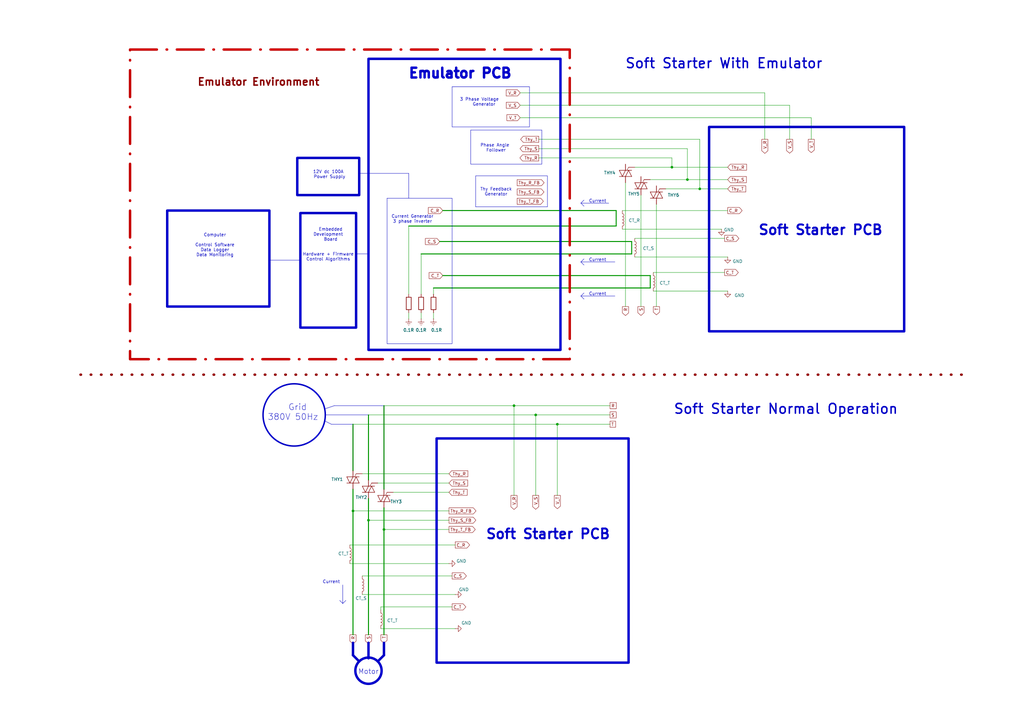
<source format=kicad_sch>
(kicad_sch (version 20250114) (generator "eeschema") (generator_version "9.0")
  (paper "A3")
  (title_block (title "Soft Starter Principle") (date "2025-09-04"))
  (lib_symbols
    (symbol "BT139-600_1" (pin_numbers (hide yes)) (pin_names (offset 0) (hide yes))
      (property "Reference" "Q" (at 5.08 1.905 0))
      (property "Value" "BT139-600" (at 5.08 0 0))
      (symbol "BT139-600_1_0_1"
        (polyline (pts (xy -2.54 1.27) (xy 2.54 1.27)) (stroke (width 0.2032)))
        (polyline (pts (xy -2.54 1.27) (xy -1.27 -1.27) (xy 0 1.27)) (stroke (width 0.2032)))
        (polyline (pts (xy -2.54 -1.27) (xy 2.54 -1.27)) (stroke (width 0.2032)))
        (polyline (pts (xy -1.27 -2.54) (xy -0.635 -1.27)))
        (polyline (pts (xy 0 -1.27) (xy 1.27 1.27) (xy 2.54 -1.27)) (stroke (width 0.2032)))
      )
      (symbol "BT139-600_1_1_1"
        (pin input line (at -3.81 -2.54 0) (length 2.54) (name "G") (number "3"))
        (pin passive line (at 0 3.81 270) (length 2.54) (name "A2") (number "2"))
        (pin passive line (at 0 -3.81 90) (length 2.54) (name "A1") (number "1"))
      )
    )
    (symbol "Device:L" (pin_numbers (hide yes)) (pin_names (offset 1.016) (hide yes))
      (property "Reference" "L" (at -1.27 0 90))
      (property "Value" "L" (at 1.905 0 90))
      (symbol "L_0_1"
        (arc (start 0 2.54) (mid 0.6323 1.905) (end 0 1.27))
        (arc (start 0 1.27) (mid 0.6323 0.635) (end 0 0))
        (arc (start 0 0) (mid 0.6323 -0.635) (end 0 -1.27))
        (arc (start 0 -1.27) (mid 0.6323 -1.905) (end 0 -2.54))
      )
      (symbol "L_1_1"
        (pin passive line (at 0 3.81 270) (length 1.27) (name "1") (number "1"))
        (pin passive line (at 0 -3.81 90) (length 1.27) (name "2") (number "2"))
      )
    )
    (symbol "Device:R" (pin_numbers (hide yes)) (pin_names (offset 0))
      (property "Reference" "R" (at 2.032 0 90))
      (property "Value" "R" (at 0 0 90))
      (symbol "R_0_1"
        (rectangle (start -1.016 -2.54) (end 1.016 2.54) (stroke (width 0.254)))
      )
      (symbol "R_1_1"
        (pin passive line (at 0 3.81 270) (length 1.27) (name "~") (number "1"))
        (pin passive line (at 0 -3.81 90) (length 1.27) (name "~") (number "2"))
      )
    )
    (symbol "power:GND" (power) (pin_numbers (hide yes)) (pin_names (offset 0) (hide yes))
      (property "Value" "GND" (at 0 -3.81 0))
      (symbol "GND_0_1"
        (polyline (pts (xy 0 0) (xy 0 -1.27) (xy 1.27 -1.27) (xy 0 -2.54) (xy -1.27 -1.27) (xy 0 -1.27)))
      )
      (symbol "GND_1_1"
        (pin power_in line (at 0 0 270) (length 0) (name "~") (number "1"))
      )
    )
    (symbol "power:GNDREF" (power) (pin_numbers (hide yes)) (pin_names (offset 0) (hide yes))
      (property "Value" "GNDREF" (at 0 -3.81 0))
      (symbol "GNDREF_0_1"
        (polyline (pts (xy -0.635 -1.905) (xy 0.635 -1.905)))
        (polyline (pts (xy -0.127 -2.54) (xy 0.127 -2.54)))
        (polyline (pts (xy 0 -1.27) (xy 0 0)))
        (polyline (pts (xy 1.27 -1.27) (xy -1.27 -1.27)))
      )
      (symbol "GNDREF_1_1"
        (pin power_in line (at 0 0 270) (length 0) (name "~") (number "1"))
      )
    )
  )
  (rectangle (start 121.92 64.77) (end 147.32 80.01) (stroke (width 1)))
  (rectangle (start 179.07 179.832) (end 257.81 271.78) (stroke (width 1)))
  (rectangle (start 290.83 52.07) (end 370.84 135.89) (stroke (width 1)))
  (rectangle (start 151.13 24.13) (end 229.87 143.51) (stroke (width 1)))
  (rectangle (start 158.75 81.28) (end 185.42 140.97))
  (rectangle (start 123.19 87.376) (end 146.05 134.366) (stroke (width 1)))
  (rectangle (start 185.42 35.56) (end 217.17 52.07))
  (rectangle (start 195.072 72.136) (end 224.536 84.836))
  (rectangle (start 68.58 86.36) (end 110.49 125.73) (stroke (width 1)))
  (circle (center 120.65 170.18) (radius 12.7633) (stroke (width 0.6)))
  (rectangle (start 53.34 20.32) (end 233.68 147.32) (stroke (width 1) (type dash_dot) (color 194 0 0 1)))
  (rectangle (start 193.04 53.34) (end 222.25 67.31))
  (circle (center 151.13 275.082) (radius 5.3882) (stroke (width 1)))
  (text " Emulator Environment" (at 104.902 33.782 0) (effects (font (size 3 3) (thickness 0.6) (bold yes))))
  (text "  Embedded\nDevelopment\n  Board" (at 134.62 96.266 0) (effects (font (size 1.27 1.27))))
  (text "Current" (at 245.11 120.65 0) (effects (font (size 1.27 1.27))))
  (text "Phase Angle\n Follower" (at 202.946 60.706 0) (effects (font (size 1.27 1.27))))
  (text "Emulator PCB" (at 188.722 30.226 0) (effects (font (size 4 4) (thickness 1) (bold yes))))
  (text " 3 Phase Voltage \n    Generator" (at 196.596 41.91 0) (effects (font (size 1.27 1.27))))
  (text "Current Generator\n3 phase inverter" (at 169.164 89.916 0) (effects (font (size 1.27 1.27))))
  (text "Motor" (at 151.13 275.59 0) (effects (font (size 2 2))))
  (text "  Grid\n380V 50Hz" (at 120.142 169.164 0) (effects (font (size 2.5 2.5))))
  (text "Current" (at 245.11 82.55 0) (effects (font (size 1.27 1.27))))
  (text "Soft Starter PCB" (at 224.79 219.202 0) (effects (font (size 4 4) (thickness 0.8) (bold yes))))
  (text "Computer\n\nControl Software\nData Logger\nData Monitoring" (at 88.138 100.584 0) (effects (font (size 1.27 1.27))))
  (text "Current" (at 135.89 238.76 0) (effects (font (size 1.27 1.27))))
  (text "\nHardware + Firmware\nControl Algorithms\n\n" (at 134.62 105.41 0) (effects (font (size 1.27 1.27))))
  (text "Soft Starter PCB" (at 336.55 94.488 0) (effects (font (size 4 4) (thickness 0.8) (bold yes))))
  (text "Soft Starter With Emulator" (at 296.926 26.162 0) (effects (font (size 4 4) (thickness 0.6) (bold yes))))
  (text "Current" (at 245.11 106.68 0) (effects (font (size 1.27 1.27))))
  (text "12V dc 100A \nPower Supply" (at 135.128 71.628 0) (effects (font (size 1.27 1.27))))
  (text "  Soft Starter Normal Operation" (at 319.278 167.894 0) (effects (font (size 4 4) (thickness 0.6) (bold yes))))
  (text "Thy Feedback\nGenerator" (at 203.454 78.74 0) (effects (font (size 1.27 1.27))))
  (junction (at 151.13 213.36))
  (junction (at 144.78 209.55))
  (junction (at 281.94 73.66))
  (junction (at 210.82 166.37))
  (junction (at 228.6 173.99))
  (junction (at 157.48 217.17))
  (junction (at 219.71 170.18))
  (junction (at 275.59 68.58))
  (junction (at 287.02 77.47))
  (wire (pts (xy 144.78 209.55) (xy 184.15 209.55)))
  (wire (pts (xy 151.13 213.36) (xy 184.15 213.36)))
  (wire (pts (xy 172.72 130.81) (xy 172.72 128.27)))
  (wire (pts (xy 210.82 166.37) (xy 210.82 203.2)))
  (wire (pts (xy 260.35 97.79) (xy 297.18 97.79)))
  (polyline (pts (xy 154.94 271.272) (xy 157.48 268.732)) (stroke (width 1) (type solid)))
  (wire (pts (xy 151.13 213.36) (xy 151.13 260.35)) (stroke (width 0.4)))
  (wire (pts (xy 219.71 170.18) (xy 219.71 203.2)))
  (wire (pts (xy 33.02 153.67) (xy 397.51 153.67)) (stroke (width 1) (type dot) (color 132 0 0 1)))
  (wire (pts (xy 281.94 60.96) (xy 281.94 73.66)))
  (wire (pts (xy 287.02 77.47) (xy 298.45 77.47)))
  (wire (pts (xy 184.15 198.12) (xy 154.94 198.12)))
  (wire (pts (xy 256.54 74.93) (xy 256.54 125.73)))
  (wire (pts (xy 177.8 130.81) (xy 177.8 128.27)))
  (wire (pts (xy 167.64 130.81) (xy 167.64 128.27)))
  (wire (pts (xy 213.36 38.1) (xy 313.69 38.1)))
  (wire (pts (xy 151.13 170.18) (xy 151.13 196.85)) (stroke (width 0.4)))
  (polyline (pts (xy 167.64 71.12) (xy 167.64 81.28)))
  (wire (pts (xy 275.59 68.58) (xy 298.45 68.58)))
  (wire (pts (xy 228.6 173.99) (xy 250.19 173.99)))
  (wire (pts (xy 259.08 99.06) (xy 259.08 104.14)) (stroke (width 0.4)))
  (polyline (pts (xy 140.589 247.523) (xy 140.589 239.903)))
  (wire (pts (xy 156.21 248.92) (xy 185.42 248.92)))
  (wire (pts (xy 151.13 170.18) (xy 219.71 170.18)))
  (wire (pts (xy 144.78 173.99) (xy 228.6 173.99)))
  (polyline (pts (xy 238.252 107.442) (xy 239.522 108.712)))
  (wire (pts (xy 143.51 223.52) (xy 186.69 223.52)))
  (wire (pts (xy 267.97 111.76) (xy 297.18 111.76)))
  (wire (pts (xy 157.48 166.37) (xy 157.48 200.66)) (stroke (width 0.4) (color 0 132 0 1)))
  (wire (pts (xy 144.78 173.99) (xy 144.78 193.04)) (stroke (width 0.4) (color 0 132 0 1)))
  (wire (pts (xy 180.34 99.06) (xy 259.08 99.06)) (stroke (width 0.4)))
  (wire (pts (xy 260.35 68.58) (xy 275.59 68.58)))
  (polyline (pts (xy 133.35 167.64) (xy 137.16 166.37)))
  (wire (pts (xy 157.48 208.28) (xy 157.48 217.17)) (stroke (width 0.4)))
  (polyline (pts (xy 144.78 263.652) (xy 144.78 268.732)) (stroke (width 1) (type solid)))
  (polyline (pts (xy 238.252 121.412) (xy 239.522 120.142)))
  (wire (pts (xy 181.61 86.36) (xy 252.73 86.36)) (stroke (width 0.4)))
  (wire (pts (xy 220.98 60.96) (xy 281.94 60.96)))
  (polyline (pts (xy 238.252 121.412) (xy 252.222 121.412)))
  (polyline (pts (xy 146.05 104.14) (xy 151.13 104.14)))
  (wire (pts (xy 262.89 80.01) (xy 262.89 125.73)))
  (polyline (pts (xy 151.13 263.652) (xy 151.13 270.002)) (stroke (width 1) (type solid)))
  (wire (pts (xy 144.78 209.55) (xy 144.78 260.35)) (stroke (width 0.4)))
  (wire (pts (xy 210.82 166.37) (xy 250.19 166.37)))
  (wire (pts (xy 273.05 77.47) (xy 287.02 77.47)))
  (wire (pts (xy 148.59 243.84) (xy 186.69 243.84)))
  (wire (pts (xy 167.64 92.71) (xy 167.64 120.65)))
  (wire (pts (xy 184.15 201.93) (xy 161.29 201.93)))
  (wire (pts (xy 228.6 173.99) (xy 228.6 203.2)))
  (wire (pts (xy 148.59 236.22) (xy 185.42 236.22)))
  (wire (pts (xy 266.7 118.11) (xy 266.7 113.03)) (stroke (width 0.4)))
  (polyline (pts (xy 238.252 83.312) (xy 249.682 83.312)))
  (wire (pts (xy 219.71 170.18) (xy 250.19 170.18)))
  (polyline (pts (xy 238.252 121.412) (xy 239.522 122.682)))
  (wire (pts (xy 220.98 64.77) (xy 275.59 64.77)))
  (wire (pts (xy 167.64 92.71) (xy 252.73 92.71)) (stroke (width 0.4)))
  (polyline (pts (xy 238.252 83.312) (xy 239.522 84.582)))
  (polyline (pts (xy 133.35 172.72) (xy 135.89 173.99)))
  (polyline (pts (xy 110.49 106.68) (xy 123.19 106.68)))
  (wire (pts (xy 157.48 166.37) (xy 210.82 166.37)))
  (wire (pts (xy 156.21 257.81) (xy 186.69 257.81)))
  (wire (pts (xy 213.36 48.26) (xy 332.74 48.26)))
  (wire (pts (xy 156.21 248.92) (xy 156.21 250.19)))
  (polyline (pts (xy 140.589 247.523) (xy 139.319 246.253)))
  (polyline (pts (xy 238.252 107.442) (xy 239.522 106.172)))
  (wire (pts (xy 148.59 194.31) (xy 184.15 194.31)))
  (polyline (pts (xy 157.48 263.652) (xy 157.48 268.732)) (stroke (width 1) (type solid)))
  (polyline (pts (xy 151.13 170.18) (xy 133.35 170.18)))
  (wire (pts (xy 266.7 73.66) (xy 281.94 73.66)))
  (wire (pts (xy 287.02 57.15) (xy 287.02 77.47)))
  (wire (pts (xy 172.72 104.14) (xy 259.08 104.14)) (stroke (width 0.4)))
  (wire (pts (xy 267.97 119.38) (xy 298.45 119.38)))
  (wire (pts (xy 332.74 48.26) (xy 332.74 57.15)))
  (wire (pts (xy 172.72 104.14) (xy 172.72 120.65)))
  (wire (pts (xy 143.51 231.14) (xy 184.15 231.14)))
  (wire (pts (xy 177.8 118.11) (xy 266.7 118.11)) (stroke (width 0.4)))
  (wire (pts (xy 255.27 86.36) (xy 298.45 86.36)))
  (polyline (pts (xy 144.78 173.99) (xy 135.89 173.99)))
  (wire (pts (xy 151.13 204.47) (xy 151.13 213.36)) (stroke (width 0.4)))
  (wire (pts (xy 144.78 200.66) (xy 144.78 209.55)) (stroke (width 0.4)))
  (wire (pts (xy 213.36 43.18) (xy 323.85 43.18)))
  (wire (pts (xy 255.27 93.98) (xy 295.91 93.98)))
  (wire (pts (xy 269.24 83.82) (xy 269.24 125.73)))
  (wire (pts (xy 252.73 86.36) (xy 252.73 92.71)) (stroke (width 0.4)))
  (wire (pts (xy 157.48 217.17) (xy 184.15 217.17)))
  (wire (pts (xy 157.48 217.17) (xy 157.48 260.35)) (stroke (width 0.4)))
  (wire (pts (xy 298.45 73.66) (xy 281.94 73.66)))
  (polyline (pts (xy 140.589 247.523) (xy 141.859 246.253)))
  (polyline (pts (xy 157.48 166.37) (xy 137.16 166.37)))
  (wire (pts (xy 220.98 57.15) (xy 287.02 57.15)))
  (polyline (pts (xy 238.252 83.312) (xy 239.522 82.042)))
  (wire (pts (xy 181.61 113.03) (xy 266.7 113.03)) (stroke (width 0.4)))
  (wire (pts (xy 313.69 38.1) (xy 313.69 57.15)))
  (wire (pts (xy 275.59 64.77) (xy 275.59 68.58)))
  (polyline (pts (xy 238.252 107.442) (xy 252.222 107.442)))
  (wire (pts (xy 177.8 118.11) (xy 177.8 120.65)))
  (wire (pts (xy 260.35 105.41) (xy 298.45 105.41)))
  (wire (pts (xy 323.85 43.18) (xy 323.85 57.15)))
  (polyline (pts (xy 147.32 71.12) (xy 167.64 71.12)))
  (polyline (pts (xy 147.32 271.272) (xy 144.78 268.732)) (stroke (width 1) (type solid)))
  (global_label "C_S" (shape output) (at 297.18 97.79 0) (property "Intersheetrefs" "${INTERSHEET_REFS}" (effects (hide yes))))
  (global_label "C_R" (shape output) (at 186.69 223.52 0) (property "Intersheetrefs" "${INTERSHEET_REFS}" (effects (hide yes))))
  (global_label "Thy_T" (shape input) (at 184.15 201.93 0) (property "Intersheetrefs" "${INTERSHEET_REFS}" (effects (hide yes))))
  (global_label "C_T" (shape output) (at 297.18 111.76 0) (property "Intersheetrefs" "${INTERSHEET_REFS}" (effects (hide yes))))
  (global_label "Thy_S" (shape output) (at 220.98 60.96 180) (property "Intersheetrefs" "${INTERSHEET_REFS}" (effects (hide yes))))
  (global_label "C_S" (shape input) (at 180.34 99.06 180) (property "Intersheetrefs" "${INTERSHEET_REFS}" (effects (hide yes))))
  (global_label "C_T" (shape input) (at 181.61 113.03 180) (property "Intersheetrefs" "${INTERSHEET_REFS}" (effects (hide yes))))
  (global_label "Thy_R_FB" (shape output) (at 212.09 74.93 0) (property "Intersheetrefs" "${INTERSHEET_REFS}" (effects (hide yes))))
  (global_label "V_R" (shape output) (at 313.69 57.15 270) (property "Intersheetrefs" "${INTERSHEET_REFS}" (effects (hide yes))))
  (global_label "C_T" (shape output) (at 185.42 248.92 0) (property "Intersheetrefs" "${INTERSHEET_REFS}" (effects (hide yes))))
  (global_label "T" (shape output) (at 269.24 125.73 270) (property "Intersheetrefs" "${INTERSHEET_REFS}" (effects (hide yes))))
  (global_label "V_S" (shape output) (at 219.71 203.2 270) (property "Intersheetrefs" "${INTERSHEET_REFS}" (effects (hide yes))))
  (global_label "T" (shape output) (at 157.48 260.35 270) (property "Intersheetrefs" "${INTERSHEET_REFS}" (effects (hide yes))))
  (global_label "Thy_R" (shape output) (at 220.98 64.77 180) (property "Intersheetrefs" "${INTERSHEET_REFS}" (effects (hide yes))))
  (global_label "R" (shape output) (at 256.54 125.73 270) (property "Intersheetrefs" "${INTERSHEET_REFS}" (effects (hide yes))))
  (global_label "V_R" (shape input) (at 213.36 38.1 180) (property "Intersheetrefs" "${INTERSHEET_REFS}" (effects (hide yes))))
  (global_label "S" (shape passive) (at 250.19 170.18 0) (property "Intersheetrefs" "${INTERSHEET_REFS}" (effects (hide yes))))
  (global_label "V_T" (shape output) (at 332.74 57.15 270) (property "Intersheetrefs" "${INTERSHEET_REFS}" (effects (hide yes))))
  (global_label "Thy_T_FB" (shape output) (at 184.15 217.17 0) (property "Intersheetrefs" "${INTERSHEET_REFS}" (effects (hide yes))))
  (global_label "T" (shape passive) (at 250.19 173.99 0) (property "Intersheetrefs" "${INTERSHEET_REFS}" (effects (hide yes))))
  (global_label "Thy_S" (shape input) (at 298.45 73.66 0) (property "Intersheetrefs" "${INTERSHEET_REFS}" (effects (hide yes))))
  (global_label "Thy_R_FB" (shape output) (at 184.15 209.55 0) (property "Intersheetrefs" "${INTERSHEET_REFS}" (effects (hide yes))))
  (global_label "V_T" (shape output) (at 228.6 203.2 270) (property "Intersheetrefs" "${INTERSHEET_REFS}" (effects (hide yes))))
  (global_label "V_S" (shape input) (at 213.36 43.18 180) (property "Intersheetrefs" "${INTERSHEET_REFS}" (effects (hide yes))))
  (global_label "S" (shape output) (at 151.13 260.35 270) (property "Intersheetrefs" "${INTERSHEET_REFS}" (effects (hide yes))))
  (global_label "R" (shape passive) (at 250.19 166.37 0) (property "Intersheetrefs" "${INTERSHEET_REFS}" (effects (hide yes))))
  (global_label "V_R" (shape output) (at 210.82 203.2 270) (property "Intersheetrefs" "${INTERSHEET_REFS}" (effects (hide yes))))
  (global_label "S" (shape output) (at 262.89 125.73 270) (property "Intersheetrefs" "${INTERSHEET_REFS}" (effects (hide yes))))
  (global_label "Thy_R" (shape input) (at 298.45 68.58 0) (property "Intersheetrefs" "${INTERSHEET_REFS}" (effects (hide yes))))
  (global_label "Thy_S" (shape input) (at 184.15 198.12 0) (property "Intersheetrefs" "${INTERSHEET_REFS}" (effects (hide yes))))
  (global_label "C_S" (shape output) (at 185.42 236.22 0) (property "Intersheetrefs" "${INTERSHEET_REFS}" (effects (hide yes))))
  (global_label "C_R" (shape output) (at 298.45 86.36 0) (property "Intersheetrefs" "${INTERSHEET_REFS}" (effects (hide yes))))
  (global_label "Thy_T_FB" (shape output) (at 212.09 82.55 0) (property "Intersheetrefs" "${INTERSHEET_REFS}" (effects (hide yes))))
  (global_label "Thy_S_FB" (shape output) (at 212.09 78.74 0) (property "Intersheetrefs" "${INTERSHEET_REFS}" (effects (hide yes))))
  (global_label "R" (shape output) (at 144.78 260.35 270) (property "Intersheetrefs" "${INTERSHEET_REFS}" (effects (hide yes))))
  (global_label "C_R" (shape input) (at 181.61 86.36 180) (property "Intersheetrefs" "${INTERSHEET_REFS}" (effects (hide yes))))
  (global_label "V_T" (shape input) (at 213.36 48.26 180) (property "Intersheetrefs" "${INTERSHEET_REFS}" (effects (hide yes))))
  (global_label "Thy_S_FB" (shape output) (at 184.15 213.36 0) (property "Intersheetrefs" "${INTERSHEET_REFS}" (effects (hide yes))))
  (global_label "V_S" (shape output) (at 323.85 57.15 270) (property "Intersheetrefs" "${INTERSHEET_REFS}" (effects (hide yes))))
  (global_label "Thy_R" (shape input) (at 184.15 194.31 0) (property "Intersheetrefs" "${INTERSHEET_REFS}" (effects (hide yes))))
  (global_label "Thy_T" (shape input) (at 298.45 77.47 0) (property "Intersheetrefs" "${INTERSHEET_REFS}" (effects (hide yes))))
  (global_label "Thy_T" (shape output) (at 220.98 57.15 180) (property "Intersheetrefs" "${INTERSHEET_REFS}" (effects (hide yes))))
  (symbol (lib_id "Device:R") (at 167.64 124.46 0) (unit 1)
    (property "Reference" "R7" (effects (hide yes)))
    (property "Value" "0.1R" (at 165.354 135.382 0) (effects (justify left)))
    (property "Description" "Resistor" (effects (hide yes)))
  )
  (symbol (lib_id "Device:R") (at 172.72 124.46 0) (unit 1)
    (property "Reference" "R8" (effects (hide yes)))
    (property "Value" "0.1R" (at 170.434 135.382 0) (effects (justify left)))
    (property "Description" "Resistor" (effects (hide yes)))
  )
  (symbol (lib_id "Device:R") (at 177.8 124.46 0) (unit 1)
    (property "Reference" "R9" (effects (hide yes)))
    (property "Value" "0.1R" (at 176.784 135.382 0) (effects (justify left)))
    (property "Description" "Resistor" (effects (hide yes)))
  )
  (symbol (lib_id "power:GND") (at 186.69 243.84 90) (unit 1)
    (property "Reference" "#PWR027" (effects (hide yes)))
    (property "Value" "GND" (at 190.246 241.808 90))
    (property "Description" "Power symbol creates a global label with name \"GND\" , ground" (effects (hide yes)))
  )
  (symbol (lib_id "power:GND") (at 298.45 105.41 0) (unit 1)
    (property "Reference" "#PWR030" (effects (hide yes)))
    (property "Value" "GND" (at 302.514 107.188 0))
    (property "Description" "Power symbol creates a global label with name \"GND\" , ground" (effects (hide yes)))
  )
  (symbol (lib_name "BT139-600_1") (lib_id "Triac_Thyristor:BT139-600") (at 157.48 204.47 180) (unit 1)
    (property "Reference" "THY3" (at 164.846 205.74 0) (effects (justify left)))
    (property "Value" "BT139-600" (effects (hide yes)))
    (property "Footprint" "Package_TO_SOT_THT:TO-220-3_Vertical" (effects (hide yes)))
    (property "Datasheet" "https://www.rapidonline.com/pdf/47-3240.pdf" (effects (hide yes)))
    (property "Description" "16A RMS, 600V Off-State Voltage, 4Q Triac, TO-220" (effects (hide yes)))
  )
  (symbol (lib_name "BT139-600_1") (lib_id "Triac_Thyristor:BT139-600") (at 269.24 80.01 180) (unit 1)
    (property "Reference" "THY6" (at 278.638 80.01 0) (effects (justify left)))
    (property "Value" "BT139-600" (effects (hide yes)))
    (property "Footprint" "Package_TO_SOT_THT:TO-220-3_Vertical" (effects (hide yes)))
    (property "Datasheet" "https://www.rapidonline.com/pdf/47-3240.pdf" (effects (hide yes)))
    (property "Description" "16A RMS, 600V Off-State Voltage, 4Q Triac, TO-220" (effects (hide yes)))
  )
  (symbol (lib_id "power:GND") (at 184.15 231.14 90) (unit 1)
    (property "Reference" "#PWR026" (effects (hide yes)))
    (property "Value" "GND" (at 189.23 230.124 90))
    (property "Description" "Power symbol creates a global label with name \"GND\" , ground" (effects (hide yes)))
  )
  (symbol (lib_id "Device:L") (at 267.97 115.57 0) (unit 1)
    (property "Reference" "CT_T" (at 270.51 116.078 0) (effects (justify left)))
    (property "Description" "Inductor" (effects (hide yes)))
  )
  (symbol (lib_id "Device:L") (at 143.51 227.33 0) (unit 1)
    (property "Reference" "CT_T" (at 138.684 227.076 0) (effects (justify left)))
    (property "Description" "Inductor" (effects (hide yes)))
  )
  (symbol (lib_id "Device:L") (at 255.27 90.17 0) (unit 1)
    (property "Reference" "CT_R" (at 257.81 90.424 0) (effects (justify left)))
    (property "Description" "Inductor" (effects (hide yes)))
  )
  (symbol (lib_id "power:GNDREF") (at 177.8 130.81 0) (unit 1)
    (property "Reference" "#PWR025" (effects (hide yes)))
    (property "Value" "GNDREF" (effects (hide yes)))
    (property "Description" "Power symbol creates a global label with name \"GNDREF\" , reference supply ground" (effects (hide yes)))
  )
  (symbol (lib_name "BT139-600_1") (lib_id "Triac_Thyristor:BT139-600") (at 262.89 76.2 180) (unit 1)
    (property "Reference" "THY5" (at 262.382 79.502 0) (effects (justify left)))
    (property "Value" "BT139-600" (effects (hide yes)))
    (property "Footprint" "Package_TO_SOT_THT:TO-220-3_Vertical" (effects (hide yes)))
    (property "Datasheet" "https://www.rapidonline.com/pdf/47-3240.pdf" (effects (hide yes)))
    (property "Description" "16A RMS, 600V Off-State Voltage, 4Q Triac, TO-220" (effects (hide yes)))
  )
  (symbol (lib_id "power:GND") (at 295.91 93.98 0) (unit 1)
    (property "Reference" "#PWR029" (effects (hide yes)))
    (property "Value" "GND" (at 298.958 94.234 0))
    (property "Description" "Power symbol creates a global label with name \"GND\" , ground" (effects (hide yes)))
  )
  (symbol (lib_name "BT139-600_1") (lib_id "Triac_Thyristor:BT139-600") (at 144.78 196.85 180) (unit 1)
    (property "Reference" "THY1" (at 140.716 196.596 0) (effects (justify left)))
    (property "Value" "BT139-600" (effects (hide yes)))
    (property "Footprint" "Package_TO_SOT_THT:TO-220-3_Vertical" (effects (hide yes)))
    (property "Datasheet" "https://www.rapidonline.com/pdf/47-3240.pdf" (effects (hide yes)))
    (property "Description" "16A RMS, 600V Off-State Voltage, 4Q Triac, TO-220" (effects (hide yes)))
  )
  (symbol (lib_id "power:GND") (at 186.69 257.81 90) (unit 1)
    (property "Reference" "#PWR028" (effects (hide yes)))
    (property "Value" "GND" (at 191.262 255.524 90))
    (property "Description" "Power symbol creates a global label with name \"GND\" , ground" (effects (hide yes)))
  )
  (symbol (lib_id "power:GNDREF") (at 167.64 130.81 0) (unit 1)
    (property "Reference" "#PWR023" (effects (hide yes)))
    (property "Value" "GNDREF" (effects (hide yes)))
    (property "Description" "Power symbol creates a global label with name \"GNDREF\" , reference supply ground" (effects (hide yes)))
  )
  (symbol (lib_name "BT139-600_1") (lib_id "Triac_Thyristor:BT139-600") (at 151.13 200.66 180) (unit 1)
    (property "Reference" "THY2" (at 150.622 203.962 0) (effects (justify left)))
    (property "Value" "BT139-600" (effects (hide yes)))
    (property "Footprint" "Package_TO_SOT_THT:TO-220-3_Vertical" (effects (hide yes)))
    (property "Datasheet" "https://www.rapidonline.com/pdf/47-3240.pdf" (effects (hide yes)))
    (property "Description" "16A RMS, 600V Off-State Voltage, 4Q Triac, TO-220" (effects (hide yes)))
  )
  (symbol (lib_name "BT139-600_1") (lib_id "Triac_Thyristor:BT139-600") (at 256.54 71.12 180) (unit 1)
    (property "Reference" "THY4" (at 252.476 70.866 0) (effects (justify left)))
    (property "Value" "BT139-600" (effects (hide yes)))
    (property "Footprint" "Package_TO_SOT_THT:TO-220-3_Vertical" (effects (hide yes)))
    (property "Datasheet" "https://www.rapidonline.com/pdf/47-3240.pdf" (effects (hide yes)))
    (property "Description" "16A RMS, 600V Off-State Voltage, 4Q Triac, TO-220" (effects (hide yes)))
  )
  (symbol (lib_id "Device:L") (at 148.59 240.03 0) (unit 1)
    (property "Reference" "CT_S" (at 145.796 245.364 0) (effects (justify left)))
    (property "Description" "Inductor" (effects (hide yes)))
  )
  (symbol (lib_id "Device:L") (at 260.35 101.6 0) (unit 1)
    (property "Reference" "CT_S" (at 263.652 101.854 0) (effects (justify left)))
    (property "Description" "Inductor" (effects (hide yes)))
  )
  (symbol (lib_id "power:GND") (at 298.45 119.38 0) (unit 1)
    (property "Reference" "#PWR031" (effects (hide yes)))
    (property "Value" "GND" (at 303.276 121.158 0))
    (property "Description" "Power symbol creates a global label with name \"GND\" , ground" (effects (hide yes)))
  )
  (symbol (lib_id "power:GNDREF") (at 172.72 130.81 0) (unit 1)
    (property "Reference" "#PWR024" (effects (hide yes)))
    (property "Value" "GNDREF" (effects (hide yes)))
    (property "Description" "Power symbol creates a global label with name \"GNDREF\" , reference supply ground" (effects (hide yes)))
  )
  (symbol (lib_id "Device:L") (at 156.21 254 0) (unit 1)
    (property "Reference" "CT_T" (at 158.75 254.508 0) (effects (justify left)))
    (property "Description" "Inductor" (effects (hide yes)))
  )
)
</source>
